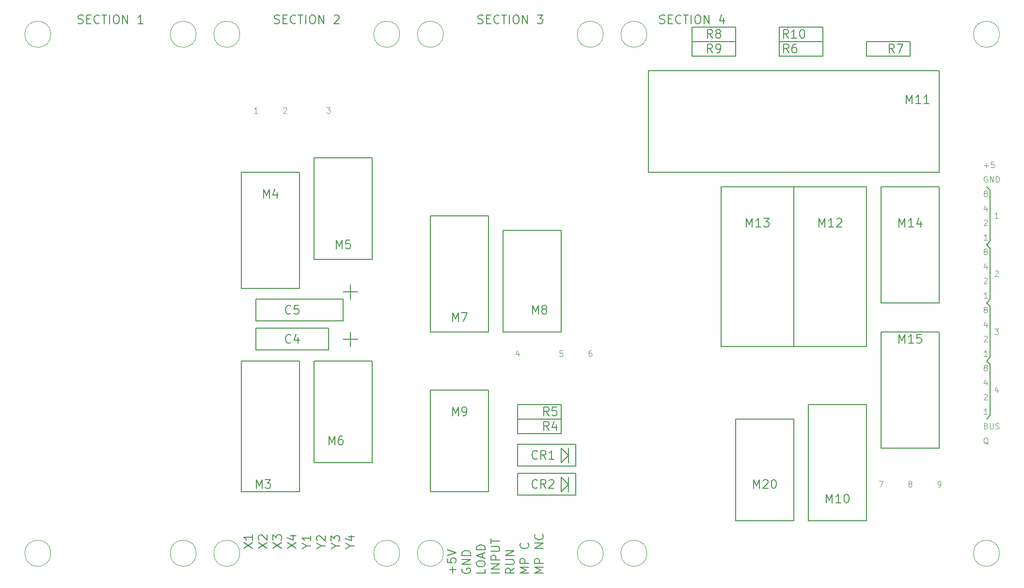
<source format=gto>
G04 #@! TF.FileFunction,Legend,Top*
%FSLAX46Y46*%
G04 Gerber Fmt 4.6, Leading zero omitted, Abs format (unit mm)*
G04 Created by KiCad (PCBNEW 4.0.7) date 01/06/20 01:41:04*
%MOMM*%
%LPD*%
G01*
G04 APERTURE LIST*
%ADD10C,0.100000*%
%ADD11C,0.200000*%
%ADD12C,0.120000*%
G04 APERTURE END LIST*
D10*
D11*
X69922143Y-47597143D02*
X70136429Y-47668571D01*
X70493572Y-47668571D01*
X70636429Y-47597143D01*
X70707858Y-47525714D01*
X70779286Y-47382857D01*
X70779286Y-47240000D01*
X70707858Y-47097143D01*
X70636429Y-47025714D01*
X70493572Y-46954286D01*
X70207858Y-46882857D01*
X70065000Y-46811429D01*
X69993572Y-46740000D01*
X69922143Y-46597143D01*
X69922143Y-46454286D01*
X69993572Y-46311429D01*
X70065000Y-46240000D01*
X70207858Y-46168571D01*
X70565000Y-46168571D01*
X70779286Y-46240000D01*
X71422143Y-46882857D02*
X71922143Y-46882857D01*
X72136429Y-47668571D02*
X71422143Y-47668571D01*
X71422143Y-46168571D01*
X72136429Y-46168571D01*
X73636429Y-47525714D02*
X73565000Y-47597143D01*
X73350714Y-47668571D01*
X73207857Y-47668571D01*
X72993572Y-47597143D01*
X72850714Y-47454286D01*
X72779286Y-47311429D01*
X72707857Y-47025714D01*
X72707857Y-46811429D01*
X72779286Y-46525714D01*
X72850714Y-46382857D01*
X72993572Y-46240000D01*
X73207857Y-46168571D01*
X73350714Y-46168571D01*
X73565000Y-46240000D01*
X73636429Y-46311429D01*
X74065000Y-46168571D02*
X74922143Y-46168571D01*
X74493572Y-47668571D02*
X74493572Y-46168571D01*
X75422143Y-47668571D02*
X75422143Y-46168571D01*
X76422143Y-46168571D02*
X76707857Y-46168571D01*
X76850715Y-46240000D01*
X76993572Y-46382857D01*
X77065000Y-46668571D01*
X77065000Y-47168571D01*
X76993572Y-47454286D01*
X76850715Y-47597143D01*
X76707857Y-47668571D01*
X76422143Y-47668571D01*
X76279286Y-47597143D01*
X76136429Y-47454286D01*
X76065000Y-47168571D01*
X76065000Y-46668571D01*
X76136429Y-46382857D01*
X76279286Y-46240000D01*
X76422143Y-46168571D01*
X77707858Y-47668571D02*
X77707858Y-46168571D01*
X78565001Y-47668571D01*
X78565001Y-46168571D01*
X81207858Y-47668571D02*
X80350715Y-47668571D01*
X80779287Y-47668571D02*
X80779287Y-46168571D01*
X80636430Y-46382857D01*
X80493572Y-46525714D01*
X80350715Y-46597143D01*
X104212143Y-47597143D02*
X104426429Y-47668571D01*
X104783572Y-47668571D01*
X104926429Y-47597143D01*
X104997858Y-47525714D01*
X105069286Y-47382857D01*
X105069286Y-47240000D01*
X104997858Y-47097143D01*
X104926429Y-47025714D01*
X104783572Y-46954286D01*
X104497858Y-46882857D01*
X104355000Y-46811429D01*
X104283572Y-46740000D01*
X104212143Y-46597143D01*
X104212143Y-46454286D01*
X104283572Y-46311429D01*
X104355000Y-46240000D01*
X104497858Y-46168571D01*
X104855000Y-46168571D01*
X105069286Y-46240000D01*
X105712143Y-46882857D02*
X106212143Y-46882857D01*
X106426429Y-47668571D02*
X105712143Y-47668571D01*
X105712143Y-46168571D01*
X106426429Y-46168571D01*
X107926429Y-47525714D02*
X107855000Y-47597143D01*
X107640714Y-47668571D01*
X107497857Y-47668571D01*
X107283572Y-47597143D01*
X107140714Y-47454286D01*
X107069286Y-47311429D01*
X106997857Y-47025714D01*
X106997857Y-46811429D01*
X107069286Y-46525714D01*
X107140714Y-46382857D01*
X107283572Y-46240000D01*
X107497857Y-46168571D01*
X107640714Y-46168571D01*
X107855000Y-46240000D01*
X107926429Y-46311429D01*
X108355000Y-46168571D02*
X109212143Y-46168571D01*
X108783572Y-47668571D02*
X108783572Y-46168571D01*
X109712143Y-47668571D02*
X109712143Y-46168571D01*
X110712143Y-46168571D02*
X110997857Y-46168571D01*
X111140715Y-46240000D01*
X111283572Y-46382857D01*
X111355000Y-46668571D01*
X111355000Y-47168571D01*
X111283572Y-47454286D01*
X111140715Y-47597143D01*
X110997857Y-47668571D01*
X110712143Y-47668571D01*
X110569286Y-47597143D01*
X110426429Y-47454286D01*
X110355000Y-47168571D01*
X110355000Y-46668571D01*
X110426429Y-46382857D01*
X110569286Y-46240000D01*
X110712143Y-46168571D01*
X111997858Y-47668571D02*
X111997858Y-46168571D01*
X112855001Y-47668571D01*
X112855001Y-46168571D01*
X114640715Y-46311429D02*
X114712144Y-46240000D01*
X114855001Y-46168571D01*
X115212144Y-46168571D01*
X115355001Y-46240000D01*
X115426430Y-46311429D01*
X115497858Y-46454286D01*
X115497858Y-46597143D01*
X115426430Y-46811429D01*
X114569287Y-47668571D01*
X115497858Y-47668571D01*
X139772143Y-47597143D02*
X139986429Y-47668571D01*
X140343572Y-47668571D01*
X140486429Y-47597143D01*
X140557858Y-47525714D01*
X140629286Y-47382857D01*
X140629286Y-47240000D01*
X140557858Y-47097143D01*
X140486429Y-47025714D01*
X140343572Y-46954286D01*
X140057858Y-46882857D01*
X139915000Y-46811429D01*
X139843572Y-46740000D01*
X139772143Y-46597143D01*
X139772143Y-46454286D01*
X139843572Y-46311429D01*
X139915000Y-46240000D01*
X140057858Y-46168571D01*
X140415000Y-46168571D01*
X140629286Y-46240000D01*
X141272143Y-46882857D02*
X141772143Y-46882857D01*
X141986429Y-47668571D02*
X141272143Y-47668571D01*
X141272143Y-46168571D01*
X141986429Y-46168571D01*
X143486429Y-47525714D02*
X143415000Y-47597143D01*
X143200714Y-47668571D01*
X143057857Y-47668571D01*
X142843572Y-47597143D01*
X142700714Y-47454286D01*
X142629286Y-47311429D01*
X142557857Y-47025714D01*
X142557857Y-46811429D01*
X142629286Y-46525714D01*
X142700714Y-46382857D01*
X142843572Y-46240000D01*
X143057857Y-46168571D01*
X143200714Y-46168571D01*
X143415000Y-46240000D01*
X143486429Y-46311429D01*
X143915000Y-46168571D02*
X144772143Y-46168571D01*
X144343572Y-47668571D02*
X144343572Y-46168571D01*
X145272143Y-47668571D02*
X145272143Y-46168571D01*
X146272143Y-46168571D02*
X146557857Y-46168571D01*
X146700715Y-46240000D01*
X146843572Y-46382857D01*
X146915000Y-46668571D01*
X146915000Y-47168571D01*
X146843572Y-47454286D01*
X146700715Y-47597143D01*
X146557857Y-47668571D01*
X146272143Y-47668571D01*
X146129286Y-47597143D01*
X145986429Y-47454286D01*
X145915000Y-47168571D01*
X145915000Y-46668571D01*
X145986429Y-46382857D01*
X146129286Y-46240000D01*
X146272143Y-46168571D01*
X147557858Y-47668571D02*
X147557858Y-46168571D01*
X148415001Y-47668571D01*
X148415001Y-46168571D01*
X150129287Y-46168571D02*
X151057858Y-46168571D01*
X150557858Y-46740000D01*
X150772144Y-46740000D01*
X150915001Y-46811429D01*
X150986430Y-46882857D01*
X151057858Y-47025714D01*
X151057858Y-47382857D01*
X150986430Y-47525714D01*
X150915001Y-47597143D01*
X150772144Y-47668571D01*
X150343572Y-47668571D01*
X150200715Y-47597143D01*
X150129287Y-47525714D01*
X171522143Y-47597143D02*
X171736429Y-47668571D01*
X172093572Y-47668571D01*
X172236429Y-47597143D01*
X172307858Y-47525714D01*
X172379286Y-47382857D01*
X172379286Y-47240000D01*
X172307858Y-47097143D01*
X172236429Y-47025714D01*
X172093572Y-46954286D01*
X171807858Y-46882857D01*
X171665000Y-46811429D01*
X171593572Y-46740000D01*
X171522143Y-46597143D01*
X171522143Y-46454286D01*
X171593572Y-46311429D01*
X171665000Y-46240000D01*
X171807858Y-46168571D01*
X172165000Y-46168571D01*
X172379286Y-46240000D01*
X173022143Y-46882857D02*
X173522143Y-46882857D01*
X173736429Y-47668571D02*
X173022143Y-47668571D01*
X173022143Y-46168571D01*
X173736429Y-46168571D01*
X175236429Y-47525714D02*
X175165000Y-47597143D01*
X174950714Y-47668571D01*
X174807857Y-47668571D01*
X174593572Y-47597143D01*
X174450714Y-47454286D01*
X174379286Y-47311429D01*
X174307857Y-47025714D01*
X174307857Y-46811429D01*
X174379286Y-46525714D01*
X174450714Y-46382857D01*
X174593572Y-46240000D01*
X174807857Y-46168571D01*
X174950714Y-46168571D01*
X175165000Y-46240000D01*
X175236429Y-46311429D01*
X175665000Y-46168571D02*
X176522143Y-46168571D01*
X176093572Y-47668571D02*
X176093572Y-46168571D01*
X177022143Y-47668571D02*
X177022143Y-46168571D01*
X178022143Y-46168571D02*
X178307857Y-46168571D01*
X178450715Y-46240000D01*
X178593572Y-46382857D01*
X178665000Y-46668571D01*
X178665000Y-47168571D01*
X178593572Y-47454286D01*
X178450715Y-47597143D01*
X178307857Y-47668571D01*
X178022143Y-47668571D01*
X177879286Y-47597143D01*
X177736429Y-47454286D01*
X177665000Y-47168571D01*
X177665000Y-46668571D01*
X177736429Y-46382857D01*
X177879286Y-46240000D01*
X178022143Y-46168571D01*
X179307858Y-47668571D02*
X179307858Y-46168571D01*
X180165001Y-47668571D01*
X180165001Y-46168571D01*
X182665001Y-46668571D02*
X182665001Y-47668571D01*
X182307858Y-46097143D02*
X181950715Y-47168571D01*
X182879287Y-47168571D01*
D10*
X230631905Y-81732381D02*
X230060476Y-81732381D01*
X230346190Y-81732381D02*
X230346190Y-80732381D01*
X230250952Y-80875238D01*
X230155714Y-80970476D01*
X230060476Y-81018095D01*
X230060476Y-90987619D02*
X230108095Y-90940000D01*
X230203333Y-90892381D01*
X230441429Y-90892381D01*
X230536667Y-90940000D01*
X230584286Y-90987619D01*
X230631905Y-91082857D01*
X230631905Y-91178095D01*
X230584286Y-91320952D01*
X230012857Y-91892381D01*
X230631905Y-91892381D01*
X230012857Y-101052381D02*
X230631905Y-101052381D01*
X230298571Y-101433333D01*
X230441429Y-101433333D01*
X230536667Y-101480952D01*
X230584286Y-101528571D01*
X230631905Y-101623810D01*
X230631905Y-101861905D01*
X230584286Y-101957143D01*
X230536667Y-102004762D01*
X230441429Y-102052381D01*
X230155714Y-102052381D01*
X230060476Y-102004762D01*
X230012857Y-101957143D01*
X230536667Y-111545714D02*
X230536667Y-112212381D01*
X230298571Y-111164762D02*
X230060476Y-111879048D01*
X230679524Y-111879048D01*
D11*
X229235000Y-116205000D02*
X228600000Y-116840000D01*
X229235000Y-107315000D02*
X229235000Y-116205000D01*
X228600000Y-106680000D02*
X229235000Y-107315000D01*
X229235000Y-106045000D02*
X228600000Y-106680000D01*
X229235000Y-97155000D02*
X229235000Y-106045000D01*
X228600000Y-96520000D02*
X229235000Y-97155000D01*
X229235000Y-95885000D02*
X228600000Y-96520000D01*
X229235000Y-86995000D02*
X229235000Y-95885000D01*
X228600000Y-86360000D02*
X229235000Y-86995000D01*
X229235000Y-76835000D02*
X228600000Y-76200000D01*
X229235000Y-77470000D02*
X229235000Y-76835000D01*
X229235000Y-85725000D02*
X229235000Y-77470000D01*
X228600000Y-86360000D02*
X229235000Y-85725000D01*
D10*
X228203095Y-72461429D02*
X228965000Y-72461429D01*
X228584048Y-72842381D02*
X228584048Y-72080476D01*
X229917381Y-71842381D02*
X229441190Y-71842381D01*
X229393571Y-72318571D01*
X229441190Y-72270952D01*
X229536428Y-72223333D01*
X229774524Y-72223333D01*
X229869762Y-72270952D01*
X229917381Y-72318571D01*
X229965000Y-72413810D01*
X229965000Y-72651905D01*
X229917381Y-72747143D01*
X229869762Y-72794762D01*
X229774524Y-72842381D01*
X229536428Y-72842381D01*
X229441190Y-72794762D01*
X229393571Y-72747143D01*
X228726905Y-74430000D02*
X228631667Y-74382381D01*
X228488810Y-74382381D01*
X228345952Y-74430000D01*
X228250714Y-74525238D01*
X228203095Y-74620476D01*
X228155476Y-74810952D01*
X228155476Y-74953810D01*
X228203095Y-75144286D01*
X228250714Y-75239524D01*
X228345952Y-75334762D01*
X228488810Y-75382381D01*
X228584048Y-75382381D01*
X228726905Y-75334762D01*
X228774524Y-75287143D01*
X228774524Y-74953810D01*
X228584048Y-74953810D01*
X229203095Y-75382381D02*
X229203095Y-74382381D01*
X229774524Y-75382381D01*
X229774524Y-74382381D01*
X230250714Y-75382381D02*
X230250714Y-74382381D01*
X230488809Y-74382381D01*
X230631667Y-74430000D01*
X230726905Y-74525238D01*
X230774524Y-74620476D01*
X230822143Y-74810952D01*
X230822143Y-74953810D01*
X230774524Y-75144286D01*
X230726905Y-75239524D01*
X230631667Y-75334762D01*
X230488809Y-75382381D01*
X230250714Y-75382381D01*
X228345952Y-77350952D02*
X228250714Y-77303333D01*
X228203095Y-77255714D01*
X228155476Y-77160476D01*
X228155476Y-77112857D01*
X228203095Y-77017619D01*
X228250714Y-76970000D01*
X228345952Y-76922381D01*
X228536429Y-76922381D01*
X228631667Y-76970000D01*
X228679286Y-77017619D01*
X228726905Y-77112857D01*
X228726905Y-77160476D01*
X228679286Y-77255714D01*
X228631667Y-77303333D01*
X228536429Y-77350952D01*
X228345952Y-77350952D01*
X228250714Y-77398571D01*
X228203095Y-77446190D01*
X228155476Y-77541429D01*
X228155476Y-77731905D01*
X228203095Y-77827143D01*
X228250714Y-77874762D01*
X228345952Y-77922381D01*
X228536429Y-77922381D01*
X228631667Y-77874762D01*
X228679286Y-77827143D01*
X228726905Y-77731905D01*
X228726905Y-77541429D01*
X228679286Y-77446190D01*
X228631667Y-77398571D01*
X228536429Y-77350952D01*
X228631667Y-79795714D02*
X228631667Y-80462381D01*
X228393571Y-79414762D02*
X228155476Y-80129048D01*
X228774524Y-80129048D01*
X228155476Y-82097619D02*
X228203095Y-82050000D01*
X228298333Y-82002381D01*
X228536429Y-82002381D01*
X228631667Y-82050000D01*
X228679286Y-82097619D01*
X228726905Y-82192857D01*
X228726905Y-82288095D01*
X228679286Y-82430952D01*
X228107857Y-83002381D01*
X228726905Y-83002381D01*
X228726905Y-85542381D02*
X228155476Y-85542381D01*
X228441190Y-85542381D02*
X228441190Y-84542381D01*
X228345952Y-84685238D01*
X228250714Y-84780476D01*
X228155476Y-84828095D01*
X228345952Y-87510952D02*
X228250714Y-87463333D01*
X228203095Y-87415714D01*
X228155476Y-87320476D01*
X228155476Y-87272857D01*
X228203095Y-87177619D01*
X228250714Y-87130000D01*
X228345952Y-87082381D01*
X228536429Y-87082381D01*
X228631667Y-87130000D01*
X228679286Y-87177619D01*
X228726905Y-87272857D01*
X228726905Y-87320476D01*
X228679286Y-87415714D01*
X228631667Y-87463333D01*
X228536429Y-87510952D01*
X228345952Y-87510952D01*
X228250714Y-87558571D01*
X228203095Y-87606190D01*
X228155476Y-87701429D01*
X228155476Y-87891905D01*
X228203095Y-87987143D01*
X228250714Y-88034762D01*
X228345952Y-88082381D01*
X228536429Y-88082381D01*
X228631667Y-88034762D01*
X228679286Y-87987143D01*
X228726905Y-87891905D01*
X228726905Y-87701429D01*
X228679286Y-87606190D01*
X228631667Y-87558571D01*
X228536429Y-87510952D01*
X228631667Y-89955714D02*
X228631667Y-90622381D01*
X228393571Y-89574762D02*
X228155476Y-90289048D01*
X228774524Y-90289048D01*
X228155476Y-92257619D02*
X228203095Y-92210000D01*
X228298333Y-92162381D01*
X228536429Y-92162381D01*
X228631667Y-92210000D01*
X228679286Y-92257619D01*
X228726905Y-92352857D01*
X228726905Y-92448095D01*
X228679286Y-92590952D01*
X228107857Y-93162381D01*
X228726905Y-93162381D01*
X228726905Y-95702381D02*
X228155476Y-95702381D01*
X228441190Y-95702381D02*
X228441190Y-94702381D01*
X228345952Y-94845238D01*
X228250714Y-94940476D01*
X228155476Y-94988095D01*
X228345952Y-97670952D02*
X228250714Y-97623333D01*
X228203095Y-97575714D01*
X228155476Y-97480476D01*
X228155476Y-97432857D01*
X228203095Y-97337619D01*
X228250714Y-97290000D01*
X228345952Y-97242381D01*
X228536429Y-97242381D01*
X228631667Y-97290000D01*
X228679286Y-97337619D01*
X228726905Y-97432857D01*
X228726905Y-97480476D01*
X228679286Y-97575714D01*
X228631667Y-97623333D01*
X228536429Y-97670952D01*
X228345952Y-97670952D01*
X228250714Y-97718571D01*
X228203095Y-97766190D01*
X228155476Y-97861429D01*
X228155476Y-98051905D01*
X228203095Y-98147143D01*
X228250714Y-98194762D01*
X228345952Y-98242381D01*
X228536429Y-98242381D01*
X228631667Y-98194762D01*
X228679286Y-98147143D01*
X228726905Y-98051905D01*
X228726905Y-97861429D01*
X228679286Y-97766190D01*
X228631667Y-97718571D01*
X228536429Y-97670952D01*
X228631667Y-100115714D02*
X228631667Y-100782381D01*
X228393571Y-99734762D02*
X228155476Y-100449048D01*
X228774524Y-100449048D01*
X228155476Y-102417619D02*
X228203095Y-102370000D01*
X228298333Y-102322381D01*
X228536429Y-102322381D01*
X228631667Y-102370000D01*
X228679286Y-102417619D01*
X228726905Y-102512857D01*
X228726905Y-102608095D01*
X228679286Y-102750952D01*
X228107857Y-103322381D01*
X228726905Y-103322381D01*
X228726905Y-105862381D02*
X228155476Y-105862381D01*
X228441190Y-105862381D02*
X228441190Y-104862381D01*
X228345952Y-105005238D01*
X228250714Y-105100476D01*
X228155476Y-105148095D01*
X228345952Y-107830952D02*
X228250714Y-107783333D01*
X228203095Y-107735714D01*
X228155476Y-107640476D01*
X228155476Y-107592857D01*
X228203095Y-107497619D01*
X228250714Y-107450000D01*
X228345952Y-107402381D01*
X228536429Y-107402381D01*
X228631667Y-107450000D01*
X228679286Y-107497619D01*
X228726905Y-107592857D01*
X228726905Y-107640476D01*
X228679286Y-107735714D01*
X228631667Y-107783333D01*
X228536429Y-107830952D01*
X228345952Y-107830952D01*
X228250714Y-107878571D01*
X228203095Y-107926190D01*
X228155476Y-108021429D01*
X228155476Y-108211905D01*
X228203095Y-108307143D01*
X228250714Y-108354762D01*
X228345952Y-108402381D01*
X228536429Y-108402381D01*
X228631667Y-108354762D01*
X228679286Y-108307143D01*
X228726905Y-108211905D01*
X228726905Y-108021429D01*
X228679286Y-107926190D01*
X228631667Y-107878571D01*
X228536429Y-107830952D01*
X228631667Y-110275714D02*
X228631667Y-110942381D01*
X228393571Y-109894762D02*
X228155476Y-110609048D01*
X228774524Y-110609048D01*
X228155476Y-112577619D02*
X228203095Y-112530000D01*
X228298333Y-112482381D01*
X228536429Y-112482381D01*
X228631667Y-112530000D01*
X228679286Y-112577619D01*
X228726905Y-112672857D01*
X228726905Y-112768095D01*
X228679286Y-112910952D01*
X228107857Y-113482381D01*
X228726905Y-113482381D01*
X228726905Y-116022381D02*
X228155476Y-116022381D01*
X228441190Y-116022381D02*
X228441190Y-115022381D01*
X228345952Y-115165238D01*
X228250714Y-115260476D01*
X228155476Y-115308095D01*
X228536429Y-118038571D02*
X228679286Y-118086190D01*
X228726905Y-118133810D01*
X228774524Y-118229048D01*
X228774524Y-118371905D01*
X228726905Y-118467143D01*
X228679286Y-118514762D01*
X228584048Y-118562381D01*
X228203095Y-118562381D01*
X228203095Y-117562381D01*
X228536429Y-117562381D01*
X228631667Y-117610000D01*
X228679286Y-117657619D01*
X228726905Y-117752857D01*
X228726905Y-117848095D01*
X228679286Y-117943333D01*
X228631667Y-117990952D01*
X228536429Y-118038571D01*
X228203095Y-118038571D01*
X229203095Y-117562381D02*
X229203095Y-118371905D01*
X229250714Y-118467143D01*
X229298333Y-118514762D01*
X229393571Y-118562381D01*
X229584048Y-118562381D01*
X229679286Y-118514762D01*
X229726905Y-118467143D01*
X229774524Y-118371905D01*
X229774524Y-117562381D01*
X230203095Y-118514762D02*
X230345952Y-118562381D01*
X230584048Y-118562381D01*
X230679286Y-118514762D01*
X230726905Y-118467143D01*
X230774524Y-118371905D01*
X230774524Y-118276667D01*
X230726905Y-118181429D01*
X230679286Y-118133810D01*
X230584048Y-118086190D01*
X230393571Y-118038571D01*
X230298333Y-117990952D01*
X230250714Y-117943333D01*
X230203095Y-117848095D01*
X230203095Y-117752857D01*
X230250714Y-117657619D01*
X230298333Y-117610000D01*
X230393571Y-117562381D01*
X230631667Y-117562381D01*
X230774524Y-117610000D01*
X228869762Y-121197619D02*
X228774524Y-121150000D01*
X228679286Y-121054762D01*
X228536429Y-120911905D01*
X228441190Y-120864286D01*
X228345952Y-120864286D01*
X228393571Y-121102381D02*
X228298333Y-121054762D01*
X228203095Y-120959524D01*
X228155476Y-120769048D01*
X228155476Y-120435714D01*
X228203095Y-120245238D01*
X228298333Y-120150000D01*
X228393571Y-120102381D01*
X228584048Y-120102381D01*
X228679286Y-120150000D01*
X228774524Y-120245238D01*
X228822143Y-120435714D01*
X228822143Y-120769048D01*
X228774524Y-120959524D01*
X228679286Y-121054762D01*
X228584048Y-121102381D01*
X228393571Y-121102381D01*
X220154524Y-128722381D02*
X220345000Y-128722381D01*
X220440239Y-128674762D01*
X220487858Y-128627143D01*
X220583096Y-128484286D01*
X220630715Y-128293810D01*
X220630715Y-127912857D01*
X220583096Y-127817619D01*
X220535477Y-127770000D01*
X220440239Y-127722381D01*
X220249762Y-127722381D01*
X220154524Y-127770000D01*
X220106905Y-127817619D01*
X220059286Y-127912857D01*
X220059286Y-128150952D01*
X220106905Y-128246190D01*
X220154524Y-128293810D01*
X220249762Y-128341429D01*
X220440239Y-128341429D01*
X220535477Y-128293810D01*
X220583096Y-128246190D01*
X220630715Y-128150952D01*
X215169762Y-128150952D02*
X215074524Y-128103333D01*
X215026905Y-128055714D01*
X214979286Y-127960476D01*
X214979286Y-127912857D01*
X215026905Y-127817619D01*
X215074524Y-127770000D01*
X215169762Y-127722381D01*
X215360239Y-127722381D01*
X215455477Y-127770000D01*
X215503096Y-127817619D01*
X215550715Y-127912857D01*
X215550715Y-127960476D01*
X215503096Y-128055714D01*
X215455477Y-128103333D01*
X215360239Y-128150952D01*
X215169762Y-128150952D01*
X215074524Y-128198571D01*
X215026905Y-128246190D01*
X214979286Y-128341429D01*
X214979286Y-128531905D01*
X215026905Y-128627143D01*
X215074524Y-128674762D01*
X215169762Y-128722381D01*
X215360239Y-128722381D01*
X215455477Y-128674762D01*
X215503096Y-128627143D01*
X215550715Y-128531905D01*
X215550715Y-128341429D01*
X215503096Y-128246190D01*
X215455477Y-128198571D01*
X215360239Y-128150952D01*
X209851667Y-127722381D02*
X210518334Y-127722381D01*
X210089762Y-128722381D01*
X159575477Y-104862381D02*
X159385000Y-104862381D01*
X159289762Y-104910000D01*
X159242143Y-104957619D01*
X159146905Y-105100476D01*
X159099286Y-105290952D01*
X159099286Y-105671905D01*
X159146905Y-105767143D01*
X159194524Y-105814762D01*
X159289762Y-105862381D01*
X159480239Y-105862381D01*
X159575477Y-105814762D01*
X159623096Y-105767143D01*
X159670715Y-105671905D01*
X159670715Y-105433810D01*
X159623096Y-105338571D01*
X159575477Y-105290952D01*
X159480239Y-105243333D01*
X159289762Y-105243333D01*
X159194524Y-105290952D01*
X159146905Y-105338571D01*
X159099286Y-105433810D01*
X154543096Y-104862381D02*
X154066905Y-104862381D01*
X154019286Y-105338571D01*
X154066905Y-105290952D01*
X154162143Y-105243333D01*
X154400239Y-105243333D01*
X154495477Y-105290952D01*
X154543096Y-105338571D01*
X154590715Y-105433810D01*
X154590715Y-105671905D01*
X154543096Y-105767143D01*
X154495477Y-105814762D01*
X154400239Y-105862381D01*
X154162143Y-105862381D01*
X154066905Y-105814762D01*
X154019286Y-105767143D01*
X146875477Y-105195714D02*
X146875477Y-105862381D01*
X146637381Y-104814762D02*
X146399286Y-105529048D01*
X147018334Y-105529048D01*
X113331667Y-62317381D02*
X113950715Y-62317381D01*
X113617381Y-62698333D01*
X113760239Y-62698333D01*
X113855477Y-62745952D01*
X113903096Y-62793571D01*
X113950715Y-62888810D01*
X113950715Y-63126905D01*
X113903096Y-63222143D01*
X113855477Y-63269762D01*
X113760239Y-63317381D01*
X113474524Y-63317381D01*
X113379286Y-63269762D01*
X113331667Y-63222143D01*
X101250715Y-63317381D02*
X100679286Y-63317381D01*
X100965000Y-63317381D02*
X100965000Y-62317381D01*
X100869762Y-62460238D01*
X100774524Y-62555476D01*
X100679286Y-62603095D01*
X105759286Y-62412619D02*
X105806905Y-62365000D01*
X105902143Y-62317381D01*
X106140239Y-62317381D01*
X106235477Y-62365000D01*
X106283096Y-62412619D01*
X106330715Y-62507857D01*
X106330715Y-62603095D01*
X106283096Y-62745952D01*
X105711667Y-63317381D01*
X106330715Y-63317381D01*
D11*
X135362143Y-143787857D02*
X135362143Y-142645000D01*
X135933571Y-143216429D02*
X134790714Y-143216429D01*
X134433571Y-141216428D02*
X134433571Y-141930714D01*
X135147857Y-142002143D01*
X135076429Y-141930714D01*
X135005000Y-141787857D01*
X135005000Y-141430714D01*
X135076429Y-141287857D01*
X135147857Y-141216428D01*
X135290714Y-141145000D01*
X135647857Y-141145000D01*
X135790714Y-141216428D01*
X135862143Y-141287857D01*
X135933571Y-141430714D01*
X135933571Y-141787857D01*
X135862143Y-141930714D01*
X135790714Y-142002143D01*
X134433571Y-140716429D02*
X135933571Y-140216429D01*
X134433571Y-139716429D01*
X137045000Y-143002143D02*
X136973571Y-143145000D01*
X136973571Y-143359286D01*
X137045000Y-143573571D01*
X137187857Y-143716429D01*
X137330714Y-143787857D01*
X137616429Y-143859286D01*
X137830714Y-143859286D01*
X138116429Y-143787857D01*
X138259286Y-143716429D01*
X138402143Y-143573571D01*
X138473571Y-143359286D01*
X138473571Y-143216429D01*
X138402143Y-143002143D01*
X138330714Y-142930714D01*
X137830714Y-142930714D01*
X137830714Y-143216429D01*
X138473571Y-142287857D02*
X136973571Y-142287857D01*
X138473571Y-141430714D01*
X136973571Y-141430714D01*
X138473571Y-140716428D02*
X136973571Y-140716428D01*
X136973571Y-140359285D01*
X137045000Y-140145000D01*
X137187857Y-140002142D01*
X137330714Y-139930714D01*
X137616429Y-139859285D01*
X137830714Y-139859285D01*
X138116429Y-139930714D01*
X138259286Y-140002142D01*
X138402143Y-140145000D01*
X138473571Y-140359285D01*
X138473571Y-140716428D01*
X141013571Y-143073571D02*
X141013571Y-143787857D01*
X139513571Y-143787857D01*
X139513571Y-142287857D02*
X139513571Y-142002143D01*
X139585000Y-141859285D01*
X139727857Y-141716428D01*
X140013571Y-141645000D01*
X140513571Y-141645000D01*
X140799286Y-141716428D01*
X140942143Y-141859285D01*
X141013571Y-142002143D01*
X141013571Y-142287857D01*
X140942143Y-142430714D01*
X140799286Y-142573571D01*
X140513571Y-142645000D01*
X140013571Y-142645000D01*
X139727857Y-142573571D01*
X139585000Y-142430714D01*
X139513571Y-142287857D01*
X140585000Y-141073571D02*
X140585000Y-140359285D01*
X141013571Y-141216428D02*
X139513571Y-140716428D01*
X141013571Y-140216428D01*
X141013571Y-139716428D02*
X139513571Y-139716428D01*
X139513571Y-139359285D01*
X139585000Y-139145000D01*
X139727857Y-139002142D01*
X139870714Y-138930714D01*
X140156429Y-138859285D01*
X140370714Y-138859285D01*
X140656429Y-138930714D01*
X140799286Y-139002142D01*
X140942143Y-139145000D01*
X141013571Y-139359285D01*
X141013571Y-139716428D01*
X143553571Y-143787857D02*
X142053571Y-143787857D01*
X143553571Y-143073571D02*
X142053571Y-143073571D01*
X143553571Y-142216428D01*
X142053571Y-142216428D01*
X143553571Y-141502142D02*
X142053571Y-141502142D01*
X142053571Y-140930714D01*
X142125000Y-140787856D01*
X142196429Y-140716428D01*
X142339286Y-140644999D01*
X142553571Y-140644999D01*
X142696429Y-140716428D01*
X142767857Y-140787856D01*
X142839286Y-140930714D01*
X142839286Y-141502142D01*
X142053571Y-140002142D02*
X143267857Y-140002142D01*
X143410714Y-139930714D01*
X143482143Y-139859285D01*
X143553571Y-139716428D01*
X143553571Y-139430714D01*
X143482143Y-139287856D01*
X143410714Y-139216428D01*
X143267857Y-139144999D01*
X142053571Y-139144999D01*
X142053571Y-138644999D02*
X142053571Y-137787856D01*
X143553571Y-138216427D02*
X142053571Y-138216427D01*
X146093571Y-142930714D02*
X145379286Y-143430714D01*
X146093571Y-143787857D02*
X144593571Y-143787857D01*
X144593571Y-143216429D01*
X144665000Y-143073571D01*
X144736429Y-143002143D01*
X144879286Y-142930714D01*
X145093571Y-142930714D01*
X145236429Y-143002143D01*
X145307857Y-143073571D01*
X145379286Y-143216429D01*
X145379286Y-143787857D01*
X144593571Y-142287857D02*
X145807857Y-142287857D01*
X145950714Y-142216429D01*
X146022143Y-142145000D01*
X146093571Y-142002143D01*
X146093571Y-141716429D01*
X146022143Y-141573571D01*
X145950714Y-141502143D01*
X145807857Y-141430714D01*
X144593571Y-141430714D01*
X146093571Y-140716428D02*
X144593571Y-140716428D01*
X146093571Y-139859285D01*
X144593571Y-139859285D01*
X148633571Y-143787857D02*
X147133571Y-143787857D01*
X148205000Y-143287857D01*
X147133571Y-142787857D01*
X148633571Y-142787857D01*
X148633571Y-142073571D02*
X147133571Y-142073571D01*
X147133571Y-141502143D01*
X147205000Y-141359285D01*
X147276429Y-141287857D01*
X147419286Y-141216428D01*
X147633571Y-141216428D01*
X147776429Y-141287857D01*
X147847857Y-141359285D01*
X147919286Y-141502143D01*
X147919286Y-142073571D01*
X148490714Y-138573571D02*
X148562143Y-138645000D01*
X148633571Y-138859286D01*
X148633571Y-139002143D01*
X148562143Y-139216428D01*
X148419286Y-139359286D01*
X148276429Y-139430714D01*
X147990714Y-139502143D01*
X147776429Y-139502143D01*
X147490714Y-139430714D01*
X147347857Y-139359286D01*
X147205000Y-139216428D01*
X147133571Y-139002143D01*
X147133571Y-138859286D01*
X147205000Y-138645000D01*
X147276429Y-138573571D01*
X151173571Y-143787857D02*
X149673571Y-143787857D01*
X150745000Y-143287857D01*
X149673571Y-142787857D01*
X151173571Y-142787857D01*
X151173571Y-142073571D02*
X149673571Y-142073571D01*
X149673571Y-141502143D01*
X149745000Y-141359285D01*
X149816429Y-141287857D01*
X149959286Y-141216428D01*
X150173571Y-141216428D01*
X150316429Y-141287857D01*
X150387857Y-141359285D01*
X150459286Y-141502143D01*
X150459286Y-142073571D01*
X151173571Y-139430714D02*
X149673571Y-139430714D01*
X151173571Y-138573571D01*
X149673571Y-138573571D01*
X151030714Y-137002142D02*
X151102143Y-137073571D01*
X151173571Y-137287857D01*
X151173571Y-137430714D01*
X151102143Y-137644999D01*
X150959286Y-137787857D01*
X150816429Y-137859285D01*
X150530714Y-137930714D01*
X150316429Y-137930714D01*
X150030714Y-137859285D01*
X149887857Y-137787857D01*
X149745000Y-137644999D01*
X149673571Y-137430714D01*
X149673571Y-137287857D01*
X149745000Y-137073571D01*
X149816429Y-137002142D01*
X117439286Y-139057143D02*
X118153571Y-139057143D01*
X116653571Y-139557143D02*
X117439286Y-139057143D01*
X116653571Y-138557143D01*
X117153571Y-137414286D02*
X118153571Y-137414286D01*
X116582143Y-137771429D02*
X117653571Y-138128572D01*
X117653571Y-137200000D01*
X114899286Y-139057143D02*
X115613571Y-139057143D01*
X114113571Y-139557143D02*
X114899286Y-139057143D01*
X114113571Y-138557143D01*
X114113571Y-138200000D02*
X114113571Y-137271429D01*
X114685000Y-137771429D01*
X114685000Y-137557143D01*
X114756429Y-137414286D01*
X114827857Y-137342857D01*
X114970714Y-137271429D01*
X115327857Y-137271429D01*
X115470714Y-137342857D01*
X115542143Y-137414286D01*
X115613571Y-137557143D01*
X115613571Y-137985715D01*
X115542143Y-138128572D01*
X115470714Y-138200000D01*
X112359286Y-139057143D02*
X113073571Y-139057143D01*
X111573571Y-139557143D02*
X112359286Y-139057143D01*
X111573571Y-138557143D01*
X111716429Y-138128572D02*
X111645000Y-138057143D01*
X111573571Y-137914286D01*
X111573571Y-137557143D01*
X111645000Y-137414286D01*
X111716429Y-137342857D01*
X111859286Y-137271429D01*
X112002143Y-137271429D01*
X112216429Y-137342857D01*
X113073571Y-138200000D01*
X113073571Y-137271429D01*
X109819286Y-139057143D02*
X110533571Y-139057143D01*
X109033571Y-139557143D02*
X109819286Y-139057143D01*
X109033571Y-138557143D01*
X110533571Y-137271429D02*
X110533571Y-138128572D01*
X110533571Y-137700000D02*
X109033571Y-137700000D01*
X109247857Y-137842857D01*
X109390714Y-137985715D01*
X109462143Y-138128572D01*
X106493571Y-139485714D02*
X107993571Y-138485714D01*
X106493571Y-138485714D02*
X107993571Y-139485714D01*
X106993571Y-137271429D02*
X107993571Y-137271429D01*
X106422143Y-137628572D02*
X107493571Y-137985715D01*
X107493571Y-137057143D01*
X103953571Y-139485714D02*
X105453571Y-138485714D01*
X103953571Y-138485714D02*
X105453571Y-139485714D01*
X103953571Y-138057143D02*
X103953571Y-137128572D01*
X104525000Y-137628572D01*
X104525000Y-137414286D01*
X104596429Y-137271429D01*
X104667857Y-137200000D01*
X104810714Y-137128572D01*
X105167857Y-137128572D01*
X105310714Y-137200000D01*
X105382143Y-137271429D01*
X105453571Y-137414286D01*
X105453571Y-137842858D01*
X105382143Y-137985715D01*
X105310714Y-138057143D01*
X101413571Y-139485714D02*
X102913571Y-138485714D01*
X101413571Y-138485714D02*
X102913571Y-139485714D01*
X101556429Y-137985715D02*
X101485000Y-137914286D01*
X101413571Y-137771429D01*
X101413571Y-137414286D01*
X101485000Y-137271429D01*
X101556429Y-137200000D01*
X101699286Y-137128572D01*
X101842143Y-137128572D01*
X102056429Y-137200000D01*
X102913571Y-138057143D01*
X102913571Y-137128572D01*
X98873571Y-139485714D02*
X100373571Y-138485714D01*
X98873571Y-138485714D02*
X100373571Y-139485714D01*
X100373571Y-137128572D02*
X100373571Y-137985715D01*
X100373571Y-137557143D02*
X98873571Y-137557143D01*
X99087857Y-137700000D01*
X99230714Y-137842858D01*
X99302143Y-137985715D01*
X180725001Y-52748571D02*
X180225001Y-52034286D01*
X179867858Y-52748571D02*
X179867858Y-51248571D01*
X180439286Y-51248571D01*
X180582144Y-51320000D01*
X180653572Y-51391429D01*
X180725001Y-51534286D01*
X180725001Y-51748571D01*
X180653572Y-51891429D01*
X180582144Y-51962857D01*
X180439286Y-52034286D01*
X179867858Y-52034286D01*
X181439286Y-52748571D02*
X181725001Y-52748571D01*
X181867858Y-52677143D01*
X181939286Y-52605714D01*
X182082144Y-52391429D01*
X182153572Y-52105714D01*
X182153572Y-51534286D01*
X182082144Y-51391429D01*
X182010715Y-51320000D01*
X181867858Y-51248571D01*
X181582144Y-51248571D01*
X181439286Y-51320000D01*
X181367858Y-51391429D01*
X181296429Y-51534286D01*
X181296429Y-51891429D01*
X181367858Y-52034286D01*
X181439286Y-52105714D01*
X181582144Y-52177143D01*
X181867858Y-52177143D01*
X182010715Y-52105714D01*
X182082144Y-52034286D01*
X182153572Y-51891429D01*
X180725001Y-50208571D02*
X180225001Y-49494286D01*
X179867858Y-50208571D02*
X179867858Y-48708571D01*
X180439286Y-48708571D01*
X180582144Y-48780000D01*
X180653572Y-48851429D01*
X180725001Y-48994286D01*
X180725001Y-49208571D01*
X180653572Y-49351429D01*
X180582144Y-49422857D01*
X180439286Y-49494286D01*
X179867858Y-49494286D01*
X181582144Y-49351429D02*
X181439286Y-49280000D01*
X181367858Y-49208571D01*
X181296429Y-49065714D01*
X181296429Y-48994286D01*
X181367858Y-48851429D01*
X181439286Y-48780000D01*
X181582144Y-48708571D01*
X181867858Y-48708571D01*
X182010715Y-48780000D01*
X182082144Y-48851429D01*
X182153572Y-48994286D01*
X182153572Y-49065714D01*
X182082144Y-49208571D01*
X182010715Y-49280000D01*
X181867858Y-49351429D01*
X181582144Y-49351429D01*
X181439286Y-49422857D01*
X181367858Y-49494286D01*
X181296429Y-49637143D01*
X181296429Y-49922857D01*
X181367858Y-50065714D01*
X181439286Y-50137143D01*
X181582144Y-50208571D01*
X181867858Y-50208571D01*
X182010715Y-50137143D01*
X182082144Y-50065714D01*
X182153572Y-49922857D01*
X182153572Y-49637143D01*
X182082144Y-49494286D01*
X182010715Y-49422857D01*
X181867858Y-49351429D01*
X193980715Y-50208571D02*
X193480715Y-49494286D01*
X193123572Y-50208571D02*
X193123572Y-48708571D01*
X193695000Y-48708571D01*
X193837858Y-48780000D01*
X193909286Y-48851429D01*
X193980715Y-48994286D01*
X193980715Y-49208571D01*
X193909286Y-49351429D01*
X193837858Y-49422857D01*
X193695000Y-49494286D01*
X193123572Y-49494286D01*
X195409286Y-50208571D02*
X194552143Y-50208571D01*
X194980715Y-50208571D02*
X194980715Y-48708571D01*
X194837858Y-48922857D01*
X194695000Y-49065714D01*
X194552143Y-49137143D01*
X196337857Y-48708571D02*
X196480714Y-48708571D01*
X196623571Y-48780000D01*
X196695000Y-48851429D01*
X196766429Y-48994286D01*
X196837857Y-49280000D01*
X196837857Y-49637143D01*
X196766429Y-49922857D01*
X196695000Y-50065714D01*
X196623571Y-50137143D01*
X196480714Y-50208571D01*
X196337857Y-50208571D01*
X196195000Y-50137143D01*
X196123571Y-50065714D01*
X196052143Y-49922857D01*
X195980714Y-49637143D01*
X195980714Y-49280000D01*
X196052143Y-48994286D01*
X196123571Y-48851429D01*
X196195000Y-48780000D01*
X196337857Y-48708571D01*
X194060001Y-52748571D02*
X193560001Y-52034286D01*
X193202858Y-52748571D02*
X193202858Y-51248571D01*
X193774286Y-51248571D01*
X193917144Y-51320000D01*
X193988572Y-51391429D01*
X194060001Y-51534286D01*
X194060001Y-51748571D01*
X193988572Y-51891429D01*
X193917144Y-51962857D01*
X193774286Y-52034286D01*
X193202858Y-52034286D01*
X195345715Y-51248571D02*
X195060001Y-51248571D01*
X194917144Y-51320000D01*
X194845715Y-51391429D01*
X194702858Y-51605714D01*
X194631429Y-51891429D01*
X194631429Y-52462857D01*
X194702858Y-52605714D01*
X194774286Y-52677143D01*
X194917144Y-52748571D01*
X195202858Y-52748571D01*
X195345715Y-52677143D01*
X195417144Y-52605714D01*
X195488572Y-52462857D01*
X195488572Y-52105714D01*
X195417144Y-51962857D01*
X195345715Y-51891429D01*
X195202858Y-51820000D01*
X194917144Y-51820000D01*
X194774286Y-51891429D01*
X194702858Y-51962857D01*
X194631429Y-52105714D01*
X207645000Y-53340000D02*
X210185000Y-53340000D01*
X207645000Y-50800000D02*
X207645000Y-53340000D01*
X210185000Y-50800000D02*
X207645000Y-50800000D01*
X212475001Y-52748571D02*
X211975001Y-52034286D01*
X211617858Y-52748571D02*
X211617858Y-51248571D01*
X212189286Y-51248571D01*
X212332144Y-51320000D01*
X212403572Y-51391429D01*
X212475001Y-51534286D01*
X212475001Y-51748571D01*
X212403572Y-51891429D01*
X212332144Y-51962857D01*
X212189286Y-52034286D01*
X211617858Y-52034286D01*
X212975001Y-51248571D02*
X213975001Y-51248571D01*
X213332144Y-52748571D01*
X214606429Y-61638571D02*
X214606429Y-60138571D01*
X215106429Y-61210000D01*
X215606429Y-60138571D01*
X215606429Y-61638571D01*
X217106429Y-61638571D02*
X216249286Y-61638571D01*
X216677858Y-61638571D02*
X216677858Y-60138571D01*
X216535001Y-60352857D01*
X216392143Y-60495714D01*
X216249286Y-60567143D01*
X218535000Y-61638571D02*
X217677857Y-61638571D01*
X218106429Y-61638571D02*
X218106429Y-60138571D01*
X217963572Y-60352857D01*
X217820714Y-60495714D01*
X217677857Y-60567143D01*
X186666429Y-83228571D02*
X186666429Y-81728571D01*
X187166429Y-82800000D01*
X187666429Y-81728571D01*
X187666429Y-83228571D01*
X189166429Y-83228571D02*
X188309286Y-83228571D01*
X188737858Y-83228571D02*
X188737858Y-81728571D01*
X188595001Y-81942857D01*
X188452143Y-82085714D01*
X188309286Y-82157143D01*
X189666429Y-81728571D02*
X190595000Y-81728571D01*
X190095000Y-82300000D01*
X190309286Y-82300000D01*
X190452143Y-82371429D01*
X190523572Y-82442857D01*
X190595000Y-82585714D01*
X190595000Y-82942857D01*
X190523572Y-83085714D01*
X190452143Y-83157143D01*
X190309286Y-83228571D01*
X189880714Y-83228571D01*
X189737857Y-83157143D01*
X189666429Y-83085714D01*
X199366429Y-83228571D02*
X199366429Y-81728571D01*
X199866429Y-82800000D01*
X200366429Y-81728571D01*
X200366429Y-83228571D01*
X201866429Y-83228571D02*
X201009286Y-83228571D01*
X201437858Y-83228571D02*
X201437858Y-81728571D01*
X201295001Y-81942857D01*
X201152143Y-82085714D01*
X201009286Y-82157143D01*
X202437857Y-81871429D02*
X202509286Y-81800000D01*
X202652143Y-81728571D01*
X203009286Y-81728571D01*
X203152143Y-81800000D01*
X203223572Y-81871429D01*
X203295000Y-82014286D01*
X203295000Y-82157143D01*
X203223572Y-82371429D01*
X202366429Y-83228571D01*
X203295000Y-83228571D01*
X213336429Y-83228571D02*
X213336429Y-81728571D01*
X213836429Y-82800000D01*
X214336429Y-81728571D01*
X214336429Y-83228571D01*
X215836429Y-83228571D02*
X214979286Y-83228571D01*
X215407858Y-83228571D02*
X215407858Y-81728571D01*
X215265001Y-81942857D01*
X215122143Y-82085714D01*
X214979286Y-82157143D01*
X217122143Y-82228571D02*
X217122143Y-83228571D01*
X216765000Y-81657143D02*
X216407857Y-82728571D01*
X217336429Y-82728571D01*
X213336429Y-103548571D02*
X213336429Y-102048571D01*
X213836429Y-103120000D01*
X214336429Y-102048571D01*
X214336429Y-103548571D01*
X215836429Y-103548571D02*
X214979286Y-103548571D01*
X215407858Y-103548571D02*
X215407858Y-102048571D01*
X215265001Y-102262857D01*
X215122143Y-102405714D01*
X214979286Y-102477143D01*
X217193572Y-102048571D02*
X216479286Y-102048571D01*
X216407857Y-102762857D01*
X216479286Y-102691429D01*
X216622143Y-102620000D01*
X216979286Y-102620000D01*
X217122143Y-102691429D01*
X217193572Y-102762857D01*
X217265000Y-102905714D01*
X217265000Y-103262857D01*
X217193572Y-103405714D01*
X217122143Y-103477143D01*
X216979286Y-103548571D01*
X216622143Y-103548571D01*
X216479286Y-103477143D01*
X216407857Y-103405714D01*
X200636429Y-131488571D02*
X200636429Y-129988571D01*
X201136429Y-131060000D01*
X201636429Y-129988571D01*
X201636429Y-131488571D01*
X203136429Y-131488571D02*
X202279286Y-131488571D01*
X202707858Y-131488571D02*
X202707858Y-129988571D01*
X202565001Y-130202857D01*
X202422143Y-130345714D01*
X202279286Y-130417143D01*
X204065000Y-129988571D02*
X204207857Y-129988571D01*
X204350714Y-130060000D01*
X204422143Y-130131429D01*
X204493572Y-130274286D01*
X204565000Y-130560000D01*
X204565000Y-130917143D01*
X204493572Y-131202857D01*
X204422143Y-131345714D01*
X204350714Y-131417143D01*
X204207857Y-131488571D01*
X204065000Y-131488571D01*
X203922143Y-131417143D01*
X203850714Y-131345714D01*
X203779286Y-131202857D01*
X203707857Y-130917143D01*
X203707857Y-130560000D01*
X203779286Y-130274286D01*
X203850714Y-130131429D01*
X203922143Y-130060000D01*
X204065000Y-129988571D01*
X187936429Y-128948571D02*
X187936429Y-127448571D01*
X188436429Y-128520000D01*
X188936429Y-127448571D01*
X188936429Y-128948571D01*
X189579286Y-127591429D02*
X189650715Y-127520000D01*
X189793572Y-127448571D01*
X190150715Y-127448571D01*
X190293572Y-127520000D01*
X190365001Y-127591429D01*
X190436429Y-127734286D01*
X190436429Y-127877143D01*
X190365001Y-128091429D01*
X189507858Y-128948571D01*
X190436429Y-128948571D01*
X191365000Y-127448571D02*
X191507857Y-127448571D01*
X191650714Y-127520000D01*
X191722143Y-127591429D01*
X191793572Y-127734286D01*
X191865000Y-128020000D01*
X191865000Y-128377143D01*
X191793572Y-128662857D01*
X191722143Y-128805714D01*
X191650714Y-128877143D01*
X191507857Y-128948571D01*
X191365000Y-128948571D01*
X191222143Y-128877143D01*
X191150714Y-128805714D01*
X191079286Y-128662857D01*
X191007857Y-128377143D01*
X191007857Y-128020000D01*
X191079286Y-127734286D01*
X191150714Y-127591429D01*
X191222143Y-127520000D01*
X191365000Y-127448571D01*
X149280715Y-98468571D02*
X149280715Y-96968571D01*
X149780715Y-98040000D01*
X150280715Y-96968571D01*
X150280715Y-98468571D01*
X151209287Y-97611429D02*
X151066429Y-97540000D01*
X150995001Y-97468571D01*
X150923572Y-97325714D01*
X150923572Y-97254286D01*
X150995001Y-97111429D01*
X151066429Y-97040000D01*
X151209287Y-96968571D01*
X151495001Y-96968571D01*
X151637858Y-97040000D01*
X151709287Y-97111429D01*
X151780715Y-97254286D01*
X151780715Y-97325714D01*
X151709287Y-97468571D01*
X151637858Y-97540000D01*
X151495001Y-97611429D01*
X151209287Y-97611429D01*
X151066429Y-97682857D01*
X150995001Y-97754286D01*
X150923572Y-97897143D01*
X150923572Y-98182857D01*
X150995001Y-98325714D01*
X151066429Y-98397143D01*
X151209287Y-98468571D01*
X151495001Y-98468571D01*
X151637858Y-98397143D01*
X151709287Y-98325714D01*
X151780715Y-98182857D01*
X151780715Y-97897143D01*
X151709287Y-97754286D01*
X151637858Y-97682857D01*
X151495001Y-97611429D01*
X135310715Y-99738571D02*
X135310715Y-98238571D01*
X135810715Y-99310000D01*
X136310715Y-98238571D01*
X136310715Y-99738571D01*
X136882144Y-98238571D02*
X137882144Y-98238571D01*
X137239287Y-99738571D01*
X144145000Y-101600000D02*
X144145000Y-83820000D01*
X154305000Y-101600000D02*
X144145000Y-101600000D01*
X154305000Y-83820000D02*
X154305000Y-101600000D01*
X144145000Y-83820000D02*
X154305000Y-83820000D01*
X131445000Y-81280000D02*
X131445000Y-101600000D01*
X141605000Y-81280000D02*
X131445000Y-81280000D01*
X141605000Y-101600000D02*
X141605000Y-81280000D01*
X131445000Y-101600000D02*
X141605000Y-101600000D01*
X152150001Y-116248571D02*
X151650001Y-115534286D01*
X151292858Y-116248571D02*
X151292858Y-114748571D01*
X151864286Y-114748571D01*
X152007144Y-114820000D01*
X152078572Y-114891429D01*
X152150001Y-115034286D01*
X152150001Y-115248571D01*
X152078572Y-115391429D01*
X152007144Y-115462857D01*
X151864286Y-115534286D01*
X151292858Y-115534286D01*
X153507144Y-114748571D02*
X152792858Y-114748571D01*
X152721429Y-115462857D01*
X152792858Y-115391429D01*
X152935715Y-115320000D01*
X153292858Y-115320000D01*
X153435715Y-115391429D01*
X153507144Y-115462857D01*
X153578572Y-115605714D01*
X153578572Y-115962857D01*
X153507144Y-116105714D01*
X153435715Y-116177143D01*
X153292858Y-116248571D01*
X152935715Y-116248571D01*
X152792858Y-116177143D01*
X152721429Y-116105714D01*
X152150001Y-118788571D02*
X151650001Y-118074286D01*
X151292858Y-118788571D02*
X151292858Y-117288571D01*
X151864286Y-117288571D01*
X152007144Y-117360000D01*
X152078572Y-117431429D01*
X152150001Y-117574286D01*
X152150001Y-117788571D01*
X152078572Y-117931429D01*
X152007144Y-118002857D01*
X151864286Y-118074286D01*
X151292858Y-118074286D01*
X153435715Y-117788571D02*
X153435715Y-118788571D01*
X153078572Y-117217143D02*
X152721429Y-118288571D01*
X153650001Y-118288571D01*
X150130001Y-128805714D02*
X150058572Y-128877143D01*
X149844286Y-128948571D01*
X149701429Y-128948571D01*
X149487144Y-128877143D01*
X149344286Y-128734286D01*
X149272858Y-128591429D01*
X149201429Y-128305714D01*
X149201429Y-128091429D01*
X149272858Y-127805714D01*
X149344286Y-127662857D01*
X149487144Y-127520000D01*
X149701429Y-127448571D01*
X149844286Y-127448571D01*
X150058572Y-127520000D01*
X150130001Y-127591429D01*
X151630001Y-128948571D02*
X151130001Y-128234286D01*
X150772858Y-128948571D02*
X150772858Y-127448571D01*
X151344286Y-127448571D01*
X151487144Y-127520000D01*
X151558572Y-127591429D01*
X151630001Y-127734286D01*
X151630001Y-127948571D01*
X151558572Y-128091429D01*
X151487144Y-128162857D01*
X151344286Y-128234286D01*
X150772858Y-128234286D01*
X152201429Y-127591429D02*
X152272858Y-127520000D01*
X152415715Y-127448571D01*
X152772858Y-127448571D01*
X152915715Y-127520000D01*
X152987144Y-127591429D01*
X153058572Y-127734286D01*
X153058572Y-127877143D01*
X152987144Y-128091429D01*
X152130001Y-128948571D01*
X153058572Y-128948571D01*
X150130001Y-123725714D02*
X150058572Y-123797143D01*
X149844286Y-123868571D01*
X149701429Y-123868571D01*
X149487144Y-123797143D01*
X149344286Y-123654286D01*
X149272858Y-123511429D01*
X149201429Y-123225714D01*
X149201429Y-123011429D01*
X149272858Y-122725714D01*
X149344286Y-122582857D01*
X149487144Y-122440000D01*
X149701429Y-122368571D01*
X149844286Y-122368571D01*
X150058572Y-122440000D01*
X150130001Y-122511429D01*
X151630001Y-123868571D02*
X151130001Y-123154286D01*
X150772858Y-123868571D02*
X150772858Y-122368571D01*
X151344286Y-122368571D01*
X151487144Y-122440000D01*
X151558572Y-122511429D01*
X151630001Y-122654286D01*
X151630001Y-122868571D01*
X151558572Y-123011429D01*
X151487144Y-123082857D01*
X151344286Y-123154286D01*
X150772858Y-123154286D01*
X153058572Y-123868571D02*
X152201429Y-123868571D01*
X152630001Y-123868571D02*
X152630001Y-122368571D01*
X152487144Y-122582857D01*
X152344286Y-122725714D01*
X152201429Y-122797143D01*
X135310715Y-116248571D02*
X135310715Y-114748571D01*
X135810715Y-115820000D01*
X136310715Y-114748571D01*
X136310715Y-116248571D01*
X137096429Y-116248571D02*
X137382144Y-116248571D01*
X137525001Y-116177143D01*
X137596429Y-116105714D01*
X137739287Y-115891429D01*
X137810715Y-115605714D01*
X137810715Y-115034286D01*
X137739287Y-114891429D01*
X137667858Y-114820000D01*
X137525001Y-114748571D01*
X137239287Y-114748571D01*
X137096429Y-114820000D01*
X137025001Y-114891429D01*
X136953572Y-115034286D01*
X136953572Y-115391429D01*
X137025001Y-115534286D01*
X137096429Y-115605714D01*
X137239287Y-115677143D01*
X137525001Y-115677143D01*
X137667858Y-115605714D01*
X137739287Y-115534286D01*
X137810715Y-115391429D01*
X113720715Y-121328571D02*
X113720715Y-119828571D01*
X114220715Y-120900000D01*
X114720715Y-119828571D01*
X114720715Y-121328571D01*
X116077858Y-119828571D02*
X115792144Y-119828571D01*
X115649287Y-119900000D01*
X115577858Y-119971429D01*
X115435001Y-120185714D01*
X115363572Y-120471429D01*
X115363572Y-121042857D01*
X115435001Y-121185714D01*
X115506429Y-121257143D01*
X115649287Y-121328571D01*
X115935001Y-121328571D01*
X116077858Y-121257143D01*
X116149287Y-121185714D01*
X116220715Y-121042857D01*
X116220715Y-120685714D01*
X116149287Y-120542857D01*
X116077858Y-120471429D01*
X115935001Y-120400000D01*
X115649287Y-120400000D01*
X115506429Y-120471429D01*
X115435001Y-120542857D01*
X115363572Y-120685714D01*
X101020715Y-128948571D02*
X101020715Y-127448571D01*
X101520715Y-128520000D01*
X102020715Y-127448571D01*
X102020715Y-128948571D01*
X102592144Y-127448571D02*
X103520715Y-127448571D01*
X103020715Y-128020000D01*
X103235001Y-128020000D01*
X103377858Y-128091429D01*
X103449287Y-128162857D01*
X103520715Y-128305714D01*
X103520715Y-128662857D01*
X103449287Y-128805714D01*
X103377858Y-128877143D01*
X103235001Y-128948571D01*
X102806429Y-128948571D01*
X102663572Y-128877143D01*
X102592144Y-128805714D01*
X102290715Y-78148571D02*
X102290715Y-76648571D01*
X102790715Y-77720000D01*
X103290715Y-76648571D01*
X103290715Y-78148571D01*
X104647858Y-77148571D02*
X104647858Y-78148571D01*
X104290715Y-76577143D02*
X103933572Y-77648571D01*
X104862144Y-77648571D01*
X111125000Y-88900000D02*
X111125000Y-71120000D01*
X114990715Y-87038571D02*
X114990715Y-85538571D01*
X115490715Y-86610000D01*
X115990715Y-85538571D01*
X115990715Y-87038571D01*
X117419287Y-85538571D02*
X116705001Y-85538571D01*
X116633572Y-86252857D01*
X116705001Y-86181429D01*
X116847858Y-86110000D01*
X117205001Y-86110000D01*
X117347858Y-86181429D01*
X117419287Y-86252857D01*
X117490715Y-86395714D01*
X117490715Y-86752857D01*
X117419287Y-86895714D01*
X117347858Y-86967143D01*
X117205001Y-87038571D01*
X116847858Y-87038571D01*
X116705001Y-86967143D01*
X116633572Y-86895714D01*
X107065001Y-98325714D02*
X106993572Y-98397143D01*
X106779286Y-98468571D01*
X106636429Y-98468571D01*
X106422144Y-98397143D01*
X106279286Y-98254286D01*
X106207858Y-98111429D01*
X106136429Y-97825714D01*
X106136429Y-97611429D01*
X106207858Y-97325714D01*
X106279286Y-97182857D01*
X106422144Y-97040000D01*
X106636429Y-96968571D01*
X106779286Y-96968571D01*
X106993572Y-97040000D01*
X107065001Y-97111429D01*
X108422144Y-96968571D02*
X107707858Y-96968571D01*
X107636429Y-97682857D01*
X107707858Y-97611429D01*
X107850715Y-97540000D01*
X108207858Y-97540000D01*
X108350715Y-97611429D01*
X108422144Y-97682857D01*
X108493572Y-97825714D01*
X108493572Y-98182857D01*
X108422144Y-98325714D01*
X108350715Y-98397143D01*
X108207858Y-98468571D01*
X107850715Y-98468571D01*
X107707858Y-98397143D01*
X107636429Y-98325714D01*
X107065001Y-103405714D02*
X106993572Y-103477143D01*
X106779286Y-103548571D01*
X106636429Y-103548571D01*
X106422144Y-103477143D01*
X106279286Y-103334286D01*
X106207858Y-103191429D01*
X106136429Y-102905714D01*
X106136429Y-102691429D01*
X106207858Y-102405714D01*
X106279286Y-102262857D01*
X106422144Y-102120000D01*
X106636429Y-102048571D01*
X106779286Y-102048571D01*
X106993572Y-102120000D01*
X107065001Y-102191429D01*
X108350715Y-102548571D02*
X108350715Y-103548571D01*
X107993572Y-101977143D02*
X107636429Y-103048571D01*
X108565001Y-103048571D01*
X184785000Y-53340000D02*
X184785000Y-50800000D01*
X177165000Y-53340000D02*
X184785000Y-53340000D01*
X177165000Y-50800000D02*
X177165000Y-53340000D01*
X177165000Y-50800000D02*
X177165000Y-48260000D01*
X184785000Y-50800000D02*
X177165000Y-50800000D01*
X184785000Y-48260000D02*
X184785000Y-50800000D01*
X177165000Y-48260000D02*
X184785000Y-48260000D01*
X200025000Y-48260000D02*
X200025000Y-50800000D01*
X192405000Y-48260000D02*
X200025000Y-48260000D01*
X192405000Y-50800000D02*
X192405000Y-48260000D01*
X200025000Y-50800000D02*
X192405000Y-50800000D01*
X200025000Y-53340000D02*
X200025000Y-50800000D01*
X192405000Y-53340000D02*
X200025000Y-53340000D01*
X192405000Y-50800000D02*
X192405000Y-53340000D01*
X215265000Y-50800000D02*
X210185000Y-50800000D01*
X215265000Y-53340000D02*
X215265000Y-50800000D01*
X210185000Y-53340000D02*
X215265000Y-53340000D01*
X220345000Y-55880000D02*
X169545000Y-55880000D01*
X220345000Y-73660000D02*
X220345000Y-55880000D01*
X169545000Y-73660000D02*
X220345000Y-73660000D01*
X169545000Y-55880000D02*
X169545000Y-73660000D01*
X210185000Y-96520000D02*
X210185000Y-76200000D01*
X220345000Y-96520000D02*
X210185000Y-96520000D01*
X220345000Y-76200000D02*
X220345000Y-96520000D01*
X210185000Y-76200000D02*
X220345000Y-76200000D01*
X182245000Y-104140000D02*
X194945000Y-104140000D01*
X182245000Y-76200000D02*
X182245000Y-104140000D01*
X194945000Y-76200000D02*
X182245000Y-76200000D01*
X194945000Y-104140000D02*
X207645000Y-104140000D01*
X194945000Y-76200000D02*
X194945000Y-104140000D01*
X207645000Y-76200000D02*
X194945000Y-76200000D01*
X207645000Y-104140000D02*
X207645000Y-76200000D01*
X220345000Y-101600000D02*
X220345000Y-104140000D01*
X210185000Y-101600000D02*
X220345000Y-101600000D01*
X210185000Y-104140000D02*
X210185000Y-101600000D01*
X210185000Y-104140000D02*
X210185000Y-121920000D01*
X220345000Y-121920000D02*
X220345000Y-104140000D01*
X210185000Y-121920000D02*
X220345000Y-121920000D01*
X197485000Y-134620000D02*
X197485000Y-114300000D01*
X207645000Y-134620000D02*
X197485000Y-134620000D01*
X207645000Y-114300000D02*
X207645000Y-134620000D01*
X197485000Y-114300000D02*
X207645000Y-114300000D01*
X184785000Y-134620000D02*
X184785000Y-116840000D01*
X194945000Y-134620000D02*
X184785000Y-134620000D01*
X194945000Y-116840000D02*
X194945000Y-134620000D01*
X184785000Y-116840000D02*
X194945000Y-116840000D01*
X154305000Y-114300000D02*
X154305000Y-116840000D01*
X146685000Y-114300000D02*
X154305000Y-114300000D01*
X146685000Y-116840000D02*
X146685000Y-114300000D01*
X154305000Y-116840000D02*
X146685000Y-116840000D01*
X154305000Y-119380000D02*
X154305000Y-116840000D01*
X146685000Y-119380000D02*
X154305000Y-119380000D01*
X146685000Y-116840000D02*
X146685000Y-119380000D01*
X155575000Y-128270000D02*
X154305000Y-127000000D01*
X155575000Y-127000000D02*
X155575000Y-129540000D01*
X154305000Y-129540000D02*
X155575000Y-128270000D01*
X154305000Y-127000000D02*
X154305000Y-129540000D01*
X154305000Y-124460000D02*
X155575000Y-123190000D01*
X154305000Y-121920000D02*
X154305000Y-124460000D01*
X155575000Y-123190000D02*
X154305000Y-121920000D01*
X155575000Y-121920000D02*
X155575000Y-124460000D01*
X156845000Y-126365000D02*
X146685000Y-126365000D01*
X156845000Y-130175000D02*
X156845000Y-126365000D01*
X146685000Y-130175000D02*
X156845000Y-130175000D01*
X146685000Y-126365000D02*
X146685000Y-130175000D01*
X146685000Y-125095000D02*
X146685000Y-121285000D01*
X156845000Y-125095000D02*
X146685000Y-125095000D01*
X156845000Y-121285000D02*
X156845000Y-125095000D01*
X146685000Y-121285000D02*
X156845000Y-121285000D01*
X131445000Y-129540000D02*
X131445000Y-111760000D01*
X141605000Y-129540000D02*
X131445000Y-129540000D01*
X141605000Y-111760000D02*
X141605000Y-129540000D01*
X131445000Y-111760000D02*
X141605000Y-111760000D01*
X111125000Y-124460000D02*
X111125000Y-106680000D01*
X121285000Y-124460000D02*
X111125000Y-124460000D01*
X121285000Y-106680000D02*
X121285000Y-124460000D01*
X111125000Y-106680000D02*
X121285000Y-106680000D01*
X98425000Y-129540000D02*
X98425000Y-106680000D01*
X108585000Y-129540000D02*
X98425000Y-129540000D01*
X108585000Y-106680000D02*
X108585000Y-129540000D01*
X98425000Y-106680000D02*
X108585000Y-106680000D01*
X116205000Y-102870000D02*
X118745000Y-102870000D01*
X117475000Y-101600000D02*
X117475000Y-104140000D01*
X116205000Y-94615000D02*
X118745000Y-94615000D01*
X117475000Y-93345000D02*
X117475000Y-95885000D01*
X100965000Y-100965000D02*
X113665000Y-100965000D01*
X100965000Y-104775000D02*
X100965000Y-100965000D01*
X113665000Y-104775000D02*
X100965000Y-104775000D01*
X113665000Y-100965000D02*
X113665000Y-104775000D01*
X116205000Y-95885000D02*
X100965000Y-95885000D01*
X116205000Y-99695000D02*
X116205000Y-95885000D01*
X100965000Y-99695000D02*
X116205000Y-99695000D01*
X100965000Y-95885000D02*
X100965000Y-99695000D01*
X121285000Y-88900000D02*
X111125000Y-88900000D01*
X121285000Y-71120000D02*
X121285000Y-88900000D01*
X111125000Y-71120000D02*
X121285000Y-71120000D01*
X98425000Y-93980000D02*
X98425000Y-73660000D01*
X108585000Y-93980000D02*
X98425000Y-93980000D01*
X108585000Y-73660000D02*
X108585000Y-93980000D01*
X98425000Y-73660000D02*
X108585000Y-73660000D01*
D12*
X98171000Y-49530000D02*
G75*
G03X98171000Y-49530000I-2286000J0D01*
G01*
X90551000Y-49530000D02*
G75*
G03X90551000Y-49530000I-2286000J0D01*
G01*
X98171000Y-140335000D02*
G75*
G03X98171000Y-140335000I-2286000J0D01*
G01*
X90551000Y-140335000D02*
G75*
G03X90551000Y-140335000I-2286000J0D01*
G01*
X65151000Y-49530000D02*
G75*
G03X65151000Y-49530000I-2286000J0D01*
G01*
X65151000Y-140335000D02*
G75*
G03X65151000Y-140335000I-2286000J0D01*
G01*
X126111000Y-49530000D02*
G75*
G03X126111000Y-49530000I-2286000J0D01*
G01*
X133731000Y-49530000D02*
G75*
G03X133731000Y-49530000I-2286000J0D01*
G01*
X126111000Y-140335000D02*
G75*
G03X126111000Y-140335000I-2286000J0D01*
G01*
X133731000Y-140335000D02*
G75*
G03X133731000Y-140335000I-2286000J0D01*
G01*
X161671000Y-140335000D02*
G75*
G03X161671000Y-140335000I-2286000J0D01*
G01*
X169291000Y-140335000D02*
G75*
G03X169291000Y-140335000I-2286000J0D01*
G01*
X161671000Y-49530000D02*
G75*
G03X161671000Y-49530000I-2286000J0D01*
G01*
X169291000Y-49530000D02*
G75*
G03X169291000Y-49530000I-2286000J0D01*
G01*
X230886000Y-49530000D02*
G75*
G03X230886000Y-49530000I-2286000J0D01*
G01*
X230886000Y-140335000D02*
G75*
G03X230886000Y-140335000I-2286000J0D01*
G01*
M02*

</source>
